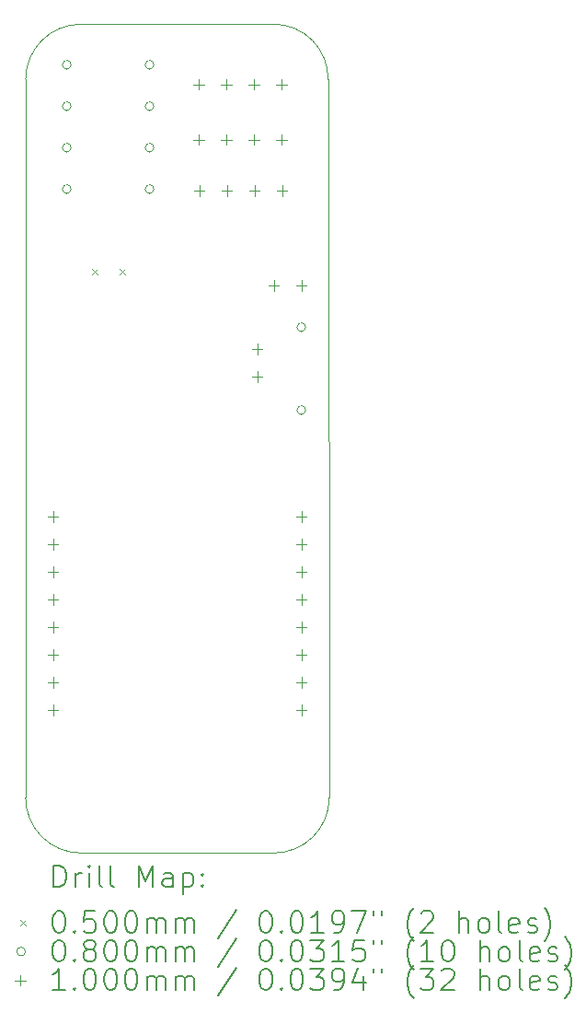
<source format=gbr>
%TF.GenerationSoftware,KiCad,Pcbnew,8.0.5*%
%TF.CreationDate,2024-12-15T10:39:48+01:00*%
%TF.ProjectId,esp8266-expansion-board,65737038-3236-4362-9d65-7870616e7369,rev?*%
%TF.SameCoordinates,Original*%
%TF.FileFunction,Drillmap*%
%TF.FilePolarity,Positive*%
%FSLAX45Y45*%
G04 Gerber Fmt 4.5, Leading zero omitted, Abs format (unit mm)*
G04 Created by KiCad (PCBNEW 8.0.5) date 2024-12-15 10:39:48*
%MOMM*%
%LPD*%
G01*
G04 APERTURE LIST*
%ADD10C,0.050000*%
%ADD11C,0.200000*%
%ADD12C,0.100000*%
G04 APERTURE END LIST*
D10*
X8130482Y-2547929D02*
G75*
G02*
X8628017Y-3055766I-2482J-500071D01*
G01*
X6352482Y-10167928D02*
G75*
G02*
X5844482Y-9659929I-2J507998D01*
G01*
X5844482Y-3055929D02*
G75*
G02*
X6352482Y-2547932I507998J-1D01*
G01*
X8130482Y-10167929D02*
X6352482Y-10167929D01*
X8638482Y-9659929D02*
G75*
G02*
X8130482Y-10167932I-508002J-1D01*
G01*
X8628017Y-3055766D02*
X8638482Y-9659929D01*
X6352482Y-2547929D02*
X8130482Y-2547929D01*
X5844482Y-3055929D02*
X5844482Y-9659929D01*
D11*
D12*
X6452000Y-4801000D02*
X6502000Y-4851000D01*
X6502000Y-4801000D02*
X6452000Y-4851000D01*
X6706000Y-4801000D02*
X6756000Y-4851000D01*
X6756000Y-4801000D02*
X6706000Y-4851000D01*
X6263000Y-2921000D02*
G75*
G02*
X6183000Y-2921000I-40000J0D01*
G01*
X6183000Y-2921000D02*
G75*
G02*
X6263000Y-2921000I40000J0D01*
G01*
X6263000Y-3302000D02*
G75*
G02*
X6183000Y-3302000I-40000J0D01*
G01*
X6183000Y-3302000D02*
G75*
G02*
X6263000Y-3302000I40000J0D01*
G01*
X6263000Y-3683000D02*
G75*
G02*
X6183000Y-3683000I-40000J0D01*
G01*
X6183000Y-3683000D02*
G75*
G02*
X6263000Y-3683000I40000J0D01*
G01*
X6263000Y-4064000D02*
G75*
G02*
X6183000Y-4064000I-40000J0D01*
G01*
X6183000Y-4064000D02*
G75*
G02*
X6263000Y-4064000I40000J0D01*
G01*
X7025000Y-2921000D02*
G75*
G02*
X6945000Y-2921000I-40000J0D01*
G01*
X6945000Y-2921000D02*
G75*
G02*
X7025000Y-2921000I40000J0D01*
G01*
X7025000Y-3302000D02*
G75*
G02*
X6945000Y-3302000I-40000J0D01*
G01*
X6945000Y-3302000D02*
G75*
G02*
X7025000Y-3302000I40000J0D01*
G01*
X7025000Y-3683000D02*
G75*
G02*
X6945000Y-3683000I-40000J0D01*
G01*
X6945000Y-3683000D02*
G75*
G02*
X7025000Y-3683000I40000J0D01*
G01*
X7025000Y-4064000D02*
G75*
G02*
X6945000Y-4064000I-40000J0D01*
G01*
X6945000Y-4064000D02*
G75*
G02*
X7025000Y-4064000I40000J0D01*
G01*
X8422000Y-5334000D02*
G75*
G02*
X8342000Y-5334000I-40000J0D01*
G01*
X8342000Y-5334000D02*
G75*
G02*
X8422000Y-5334000I40000J0D01*
G01*
X8422000Y-6096000D02*
G75*
G02*
X8342000Y-6096000I-40000J0D01*
G01*
X8342000Y-6096000D02*
G75*
G02*
X8422000Y-6096000I40000J0D01*
G01*
X6096000Y-7027319D02*
X6096000Y-7127319D01*
X6046000Y-7077319D02*
X6146000Y-7077319D01*
X6096000Y-7281319D02*
X6096000Y-7381319D01*
X6046000Y-7331319D02*
X6146000Y-7331319D01*
X6096000Y-7535319D02*
X6096000Y-7635319D01*
X6046000Y-7585319D02*
X6146000Y-7585319D01*
X6096000Y-7789319D02*
X6096000Y-7889319D01*
X6046000Y-7839319D02*
X6146000Y-7839319D01*
X6096000Y-8043319D02*
X6096000Y-8143319D01*
X6046000Y-8093319D02*
X6146000Y-8093319D01*
X6096000Y-8297319D02*
X6096000Y-8397319D01*
X6046000Y-8347319D02*
X6146000Y-8347319D01*
X6096000Y-8551319D02*
X6096000Y-8651319D01*
X6046000Y-8601319D02*
X6146000Y-8601319D01*
X6096000Y-8805319D02*
X6096000Y-8905319D01*
X6046000Y-8855319D02*
X6146000Y-8855319D01*
X7436528Y-3050748D02*
X7436528Y-3150748D01*
X7386528Y-3100748D02*
X7486528Y-3100748D01*
X7436528Y-3558748D02*
X7436528Y-3658748D01*
X7386528Y-3608748D02*
X7486528Y-3608748D01*
X7441695Y-4030741D02*
X7441695Y-4130741D01*
X7391695Y-4080741D02*
X7491695Y-4080741D01*
X7690528Y-3050748D02*
X7690528Y-3150748D01*
X7640528Y-3100748D02*
X7740528Y-3100748D01*
X7690528Y-3558748D02*
X7690528Y-3658748D01*
X7640528Y-3608748D02*
X7740528Y-3608748D01*
X7695695Y-4030741D02*
X7695695Y-4130741D01*
X7645695Y-4080741D02*
X7745695Y-4080741D01*
X7944528Y-3050748D02*
X7944528Y-3150748D01*
X7894528Y-3100748D02*
X7994528Y-3100748D01*
X7944528Y-3558748D02*
X7944528Y-3658748D01*
X7894528Y-3608748D02*
X7994528Y-3608748D01*
X7949695Y-4030741D02*
X7949695Y-4130741D01*
X7899695Y-4080741D02*
X7999695Y-4080741D01*
X7975177Y-5486794D02*
X7975177Y-5586794D01*
X7925177Y-5536794D02*
X8025177Y-5536794D01*
X7975177Y-5740794D02*
X7975177Y-5840794D01*
X7925177Y-5790794D02*
X8025177Y-5790794D01*
X8128000Y-4903000D02*
X8128000Y-5003000D01*
X8078000Y-4953000D02*
X8178000Y-4953000D01*
X8198528Y-3050748D02*
X8198528Y-3150748D01*
X8148528Y-3100748D02*
X8248528Y-3100748D01*
X8198528Y-3558748D02*
X8198528Y-3658748D01*
X8148528Y-3608748D02*
X8248528Y-3608748D01*
X8203695Y-4030741D02*
X8203695Y-4130741D01*
X8153695Y-4080741D02*
X8253695Y-4080741D01*
X8382000Y-4903000D02*
X8382000Y-5003000D01*
X8332000Y-4953000D02*
X8432000Y-4953000D01*
X8382000Y-7027319D02*
X8382000Y-7127319D01*
X8332000Y-7077319D02*
X8432000Y-7077319D01*
X8382000Y-7281319D02*
X8382000Y-7381319D01*
X8332000Y-7331319D02*
X8432000Y-7331319D01*
X8382000Y-7535319D02*
X8382000Y-7635319D01*
X8332000Y-7585319D02*
X8432000Y-7585319D01*
X8382000Y-7789319D02*
X8382000Y-7889319D01*
X8332000Y-7839319D02*
X8432000Y-7839319D01*
X8382000Y-8043319D02*
X8382000Y-8143319D01*
X8332000Y-8093319D02*
X8432000Y-8093319D01*
X8382000Y-8297319D02*
X8382000Y-8397319D01*
X8332000Y-8347319D02*
X8432000Y-8347319D01*
X8382000Y-8551319D02*
X8382000Y-8651319D01*
X8332000Y-8601319D02*
X8432000Y-8601319D01*
X8382000Y-8805319D02*
X8382000Y-8905319D01*
X8332000Y-8855319D02*
X8432000Y-8855319D01*
D11*
X6102758Y-10481913D02*
X6102758Y-10281913D01*
X6102758Y-10281913D02*
X6150377Y-10281913D01*
X6150377Y-10281913D02*
X6178949Y-10291437D01*
X6178949Y-10291437D02*
X6197997Y-10310484D01*
X6197997Y-10310484D02*
X6207520Y-10329532D01*
X6207520Y-10329532D02*
X6217044Y-10367627D01*
X6217044Y-10367627D02*
X6217044Y-10396199D01*
X6217044Y-10396199D02*
X6207520Y-10434294D01*
X6207520Y-10434294D02*
X6197997Y-10453341D01*
X6197997Y-10453341D02*
X6178949Y-10472389D01*
X6178949Y-10472389D02*
X6150377Y-10481913D01*
X6150377Y-10481913D02*
X6102758Y-10481913D01*
X6302758Y-10481913D02*
X6302758Y-10348579D01*
X6302758Y-10386675D02*
X6312282Y-10367627D01*
X6312282Y-10367627D02*
X6321806Y-10358103D01*
X6321806Y-10358103D02*
X6340854Y-10348579D01*
X6340854Y-10348579D02*
X6359901Y-10348579D01*
X6426568Y-10481913D02*
X6426568Y-10348579D01*
X6426568Y-10281913D02*
X6417044Y-10291437D01*
X6417044Y-10291437D02*
X6426568Y-10300960D01*
X6426568Y-10300960D02*
X6436092Y-10291437D01*
X6436092Y-10291437D02*
X6426568Y-10281913D01*
X6426568Y-10281913D02*
X6426568Y-10300960D01*
X6550377Y-10481913D02*
X6531330Y-10472389D01*
X6531330Y-10472389D02*
X6521806Y-10453341D01*
X6521806Y-10453341D02*
X6521806Y-10281913D01*
X6655139Y-10481913D02*
X6636092Y-10472389D01*
X6636092Y-10472389D02*
X6626568Y-10453341D01*
X6626568Y-10453341D02*
X6626568Y-10281913D01*
X6883711Y-10481913D02*
X6883711Y-10281913D01*
X6883711Y-10281913D02*
X6950378Y-10424770D01*
X6950378Y-10424770D02*
X7017044Y-10281913D01*
X7017044Y-10281913D02*
X7017044Y-10481913D01*
X7197997Y-10481913D02*
X7197997Y-10377151D01*
X7197997Y-10377151D02*
X7188473Y-10358103D01*
X7188473Y-10358103D02*
X7169425Y-10348579D01*
X7169425Y-10348579D02*
X7131330Y-10348579D01*
X7131330Y-10348579D02*
X7112282Y-10358103D01*
X7197997Y-10472389D02*
X7178949Y-10481913D01*
X7178949Y-10481913D02*
X7131330Y-10481913D01*
X7131330Y-10481913D02*
X7112282Y-10472389D01*
X7112282Y-10472389D02*
X7102758Y-10453341D01*
X7102758Y-10453341D02*
X7102758Y-10434294D01*
X7102758Y-10434294D02*
X7112282Y-10415246D01*
X7112282Y-10415246D02*
X7131330Y-10405722D01*
X7131330Y-10405722D02*
X7178949Y-10405722D01*
X7178949Y-10405722D02*
X7197997Y-10396199D01*
X7293235Y-10348579D02*
X7293235Y-10548579D01*
X7293235Y-10358103D02*
X7312282Y-10348579D01*
X7312282Y-10348579D02*
X7350378Y-10348579D01*
X7350378Y-10348579D02*
X7369425Y-10358103D01*
X7369425Y-10358103D02*
X7378949Y-10367627D01*
X7378949Y-10367627D02*
X7388473Y-10386675D01*
X7388473Y-10386675D02*
X7388473Y-10443818D01*
X7388473Y-10443818D02*
X7378949Y-10462865D01*
X7378949Y-10462865D02*
X7369425Y-10472389D01*
X7369425Y-10472389D02*
X7350378Y-10481913D01*
X7350378Y-10481913D02*
X7312282Y-10481913D01*
X7312282Y-10481913D02*
X7293235Y-10472389D01*
X7474187Y-10462865D02*
X7483711Y-10472389D01*
X7483711Y-10472389D02*
X7474187Y-10481913D01*
X7474187Y-10481913D02*
X7464663Y-10472389D01*
X7464663Y-10472389D02*
X7474187Y-10462865D01*
X7474187Y-10462865D02*
X7474187Y-10481913D01*
X7474187Y-10358103D02*
X7483711Y-10367627D01*
X7483711Y-10367627D02*
X7474187Y-10377151D01*
X7474187Y-10377151D02*
X7464663Y-10367627D01*
X7464663Y-10367627D02*
X7474187Y-10358103D01*
X7474187Y-10358103D02*
X7474187Y-10377151D01*
D12*
X5791982Y-10785429D02*
X5841982Y-10835429D01*
X5841982Y-10785429D02*
X5791982Y-10835429D01*
D11*
X6140854Y-10701913D02*
X6159901Y-10701913D01*
X6159901Y-10701913D02*
X6178949Y-10711437D01*
X6178949Y-10711437D02*
X6188473Y-10720960D01*
X6188473Y-10720960D02*
X6197997Y-10740008D01*
X6197997Y-10740008D02*
X6207520Y-10778103D01*
X6207520Y-10778103D02*
X6207520Y-10825722D01*
X6207520Y-10825722D02*
X6197997Y-10863818D01*
X6197997Y-10863818D02*
X6188473Y-10882865D01*
X6188473Y-10882865D02*
X6178949Y-10892389D01*
X6178949Y-10892389D02*
X6159901Y-10901913D01*
X6159901Y-10901913D02*
X6140854Y-10901913D01*
X6140854Y-10901913D02*
X6121806Y-10892389D01*
X6121806Y-10892389D02*
X6112282Y-10882865D01*
X6112282Y-10882865D02*
X6102758Y-10863818D01*
X6102758Y-10863818D02*
X6093235Y-10825722D01*
X6093235Y-10825722D02*
X6093235Y-10778103D01*
X6093235Y-10778103D02*
X6102758Y-10740008D01*
X6102758Y-10740008D02*
X6112282Y-10720960D01*
X6112282Y-10720960D02*
X6121806Y-10711437D01*
X6121806Y-10711437D02*
X6140854Y-10701913D01*
X6293235Y-10882865D02*
X6302758Y-10892389D01*
X6302758Y-10892389D02*
X6293235Y-10901913D01*
X6293235Y-10901913D02*
X6283711Y-10892389D01*
X6283711Y-10892389D02*
X6293235Y-10882865D01*
X6293235Y-10882865D02*
X6293235Y-10901913D01*
X6483711Y-10701913D02*
X6388473Y-10701913D01*
X6388473Y-10701913D02*
X6378949Y-10797151D01*
X6378949Y-10797151D02*
X6388473Y-10787627D01*
X6388473Y-10787627D02*
X6407520Y-10778103D01*
X6407520Y-10778103D02*
X6455139Y-10778103D01*
X6455139Y-10778103D02*
X6474187Y-10787627D01*
X6474187Y-10787627D02*
X6483711Y-10797151D01*
X6483711Y-10797151D02*
X6493235Y-10816199D01*
X6493235Y-10816199D02*
X6493235Y-10863818D01*
X6493235Y-10863818D02*
X6483711Y-10882865D01*
X6483711Y-10882865D02*
X6474187Y-10892389D01*
X6474187Y-10892389D02*
X6455139Y-10901913D01*
X6455139Y-10901913D02*
X6407520Y-10901913D01*
X6407520Y-10901913D02*
X6388473Y-10892389D01*
X6388473Y-10892389D02*
X6378949Y-10882865D01*
X6617044Y-10701913D02*
X6636092Y-10701913D01*
X6636092Y-10701913D02*
X6655139Y-10711437D01*
X6655139Y-10711437D02*
X6664663Y-10720960D01*
X6664663Y-10720960D02*
X6674187Y-10740008D01*
X6674187Y-10740008D02*
X6683711Y-10778103D01*
X6683711Y-10778103D02*
X6683711Y-10825722D01*
X6683711Y-10825722D02*
X6674187Y-10863818D01*
X6674187Y-10863818D02*
X6664663Y-10882865D01*
X6664663Y-10882865D02*
X6655139Y-10892389D01*
X6655139Y-10892389D02*
X6636092Y-10901913D01*
X6636092Y-10901913D02*
X6617044Y-10901913D01*
X6617044Y-10901913D02*
X6597997Y-10892389D01*
X6597997Y-10892389D02*
X6588473Y-10882865D01*
X6588473Y-10882865D02*
X6578949Y-10863818D01*
X6578949Y-10863818D02*
X6569425Y-10825722D01*
X6569425Y-10825722D02*
X6569425Y-10778103D01*
X6569425Y-10778103D02*
X6578949Y-10740008D01*
X6578949Y-10740008D02*
X6588473Y-10720960D01*
X6588473Y-10720960D02*
X6597997Y-10711437D01*
X6597997Y-10711437D02*
X6617044Y-10701913D01*
X6807520Y-10701913D02*
X6826568Y-10701913D01*
X6826568Y-10701913D02*
X6845616Y-10711437D01*
X6845616Y-10711437D02*
X6855139Y-10720960D01*
X6855139Y-10720960D02*
X6864663Y-10740008D01*
X6864663Y-10740008D02*
X6874187Y-10778103D01*
X6874187Y-10778103D02*
X6874187Y-10825722D01*
X6874187Y-10825722D02*
X6864663Y-10863818D01*
X6864663Y-10863818D02*
X6855139Y-10882865D01*
X6855139Y-10882865D02*
X6845616Y-10892389D01*
X6845616Y-10892389D02*
X6826568Y-10901913D01*
X6826568Y-10901913D02*
X6807520Y-10901913D01*
X6807520Y-10901913D02*
X6788473Y-10892389D01*
X6788473Y-10892389D02*
X6778949Y-10882865D01*
X6778949Y-10882865D02*
X6769425Y-10863818D01*
X6769425Y-10863818D02*
X6759901Y-10825722D01*
X6759901Y-10825722D02*
X6759901Y-10778103D01*
X6759901Y-10778103D02*
X6769425Y-10740008D01*
X6769425Y-10740008D02*
X6778949Y-10720960D01*
X6778949Y-10720960D02*
X6788473Y-10711437D01*
X6788473Y-10711437D02*
X6807520Y-10701913D01*
X6959901Y-10901913D02*
X6959901Y-10768579D01*
X6959901Y-10787627D02*
X6969425Y-10778103D01*
X6969425Y-10778103D02*
X6988473Y-10768579D01*
X6988473Y-10768579D02*
X7017044Y-10768579D01*
X7017044Y-10768579D02*
X7036092Y-10778103D01*
X7036092Y-10778103D02*
X7045616Y-10797151D01*
X7045616Y-10797151D02*
X7045616Y-10901913D01*
X7045616Y-10797151D02*
X7055139Y-10778103D01*
X7055139Y-10778103D02*
X7074187Y-10768579D01*
X7074187Y-10768579D02*
X7102758Y-10768579D01*
X7102758Y-10768579D02*
X7121806Y-10778103D01*
X7121806Y-10778103D02*
X7131330Y-10797151D01*
X7131330Y-10797151D02*
X7131330Y-10901913D01*
X7226568Y-10901913D02*
X7226568Y-10768579D01*
X7226568Y-10787627D02*
X7236092Y-10778103D01*
X7236092Y-10778103D02*
X7255139Y-10768579D01*
X7255139Y-10768579D02*
X7283711Y-10768579D01*
X7283711Y-10768579D02*
X7302759Y-10778103D01*
X7302759Y-10778103D02*
X7312282Y-10797151D01*
X7312282Y-10797151D02*
X7312282Y-10901913D01*
X7312282Y-10797151D02*
X7321806Y-10778103D01*
X7321806Y-10778103D02*
X7340854Y-10768579D01*
X7340854Y-10768579D02*
X7369425Y-10768579D01*
X7369425Y-10768579D02*
X7388473Y-10778103D01*
X7388473Y-10778103D02*
X7397997Y-10797151D01*
X7397997Y-10797151D02*
X7397997Y-10901913D01*
X7788473Y-10692389D02*
X7617044Y-10949532D01*
X8045616Y-10701913D02*
X8064663Y-10701913D01*
X8064663Y-10701913D02*
X8083711Y-10711437D01*
X8083711Y-10711437D02*
X8093235Y-10720960D01*
X8093235Y-10720960D02*
X8102759Y-10740008D01*
X8102759Y-10740008D02*
X8112282Y-10778103D01*
X8112282Y-10778103D02*
X8112282Y-10825722D01*
X8112282Y-10825722D02*
X8102759Y-10863818D01*
X8102759Y-10863818D02*
X8093235Y-10882865D01*
X8093235Y-10882865D02*
X8083711Y-10892389D01*
X8083711Y-10892389D02*
X8064663Y-10901913D01*
X8064663Y-10901913D02*
X8045616Y-10901913D01*
X8045616Y-10901913D02*
X8026568Y-10892389D01*
X8026568Y-10892389D02*
X8017044Y-10882865D01*
X8017044Y-10882865D02*
X8007521Y-10863818D01*
X8007521Y-10863818D02*
X7997997Y-10825722D01*
X7997997Y-10825722D02*
X7997997Y-10778103D01*
X7997997Y-10778103D02*
X8007521Y-10740008D01*
X8007521Y-10740008D02*
X8017044Y-10720960D01*
X8017044Y-10720960D02*
X8026568Y-10711437D01*
X8026568Y-10711437D02*
X8045616Y-10701913D01*
X8197997Y-10882865D02*
X8207521Y-10892389D01*
X8207521Y-10892389D02*
X8197997Y-10901913D01*
X8197997Y-10901913D02*
X8188473Y-10892389D01*
X8188473Y-10892389D02*
X8197997Y-10882865D01*
X8197997Y-10882865D02*
X8197997Y-10901913D01*
X8331330Y-10701913D02*
X8350378Y-10701913D01*
X8350378Y-10701913D02*
X8369425Y-10711437D01*
X8369425Y-10711437D02*
X8378949Y-10720960D01*
X8378949Y-10720960D02*
X8388473Y-10740008D01*
X8388473Y-10740008D02*
X8397997Y-10778103D01*
X8397997Y-10778103D02*
X8397997Y-10825722D01*
X8397997Y-10825722D02*
X8388473Y-10863818D01*
X8388473Y-10863818D02*
X8378949Y-10882865D01*
X8378949Y-10882865D02*
X8369425Y-10892389D01*
X8369425Y-10892389D02*
X8350378Y-10901913D01*
X8350378Y-10901913D02*
X8331330Y-10901913D01*
X8331330Y-10901913D02*
X8312282Y-10892389D01*
X8312282Y-10892389D02*
X8302759Y-10882865D01*
X8302759Y-10882865D02*
X8293235Y-10863818D01*
X8293235Y-10863818D02*
X8283711Y-10825722D01*
X8283711Y-10825722D02*
X8283711Y-10778103D01*
X8283711Y-10778103D02*
X8293235Y-10740008D01*
X8293235Y-10740008D02*
X8302759Y-10720960D01*
X8302759Y-10720960D02*
X8312282Y-10711437D01*
X8312282Y-10711437D02*
X8331330Y-10701913D01*
X8588473Y-10901913D02*
X8474187Y-10901913D01*
X8531330Y-10901913D02*
X8531330Y-10701913D01*
X8531330Y-10701913D02*
X8512283Y-10730484D01*
X8512283Y-10730484D02*
X8493235Y-10749532D01*
X8493235Y-10749532D02*
X8474187Y-10759056D01*
X8683711Y-10901913D02*
X8721806Y-10901913D01*
X8721806Y-10901913D02*
X8740854Y-10892389D01*
X8740854Y-10892389D02*
X8750378Y-10882865D01*
X8750378Y-10882865D02*
X8769425Y-10854294D01*
X8769425Y-10854294D02*
X8778949Y-10816199D01*
X8778949Y-10816199D02*
X8778949Y-10740008D01*
X8778949Y-10740008D02*
X8769425Y-10720960D01*
X8769425Y-10720960D02*
X8759902Y-10711437D01*
X8759902Y-10711437D02*
X8740854Y-10701913D01*
X8740854Y-10701913D02*
X8702759Y-10701913D01*
X8702759Y-10701913D02*
X8683711Y-10711437D01*
X8683711Y-10711437D02*
X8674187Y-10720960D01*
X8674187Y-10720960D02*
X8664664Y-10740008D01*
X8664664Y-10740008D02*
X8664664Y-10787627D01*
X8664664Y-10787627D02*
X8674187Y-10806675D01*
X8674187Y-10806675D02*
X8683711Y-10816199D01*
X8683711Y-10816199D02*
X8702759Y-10825722D01*
X8702759Y-10825722D02*
X8740854Y-10825722D01*
X8740854Y-10825722D02*
X8759902Y-10816199D01*
X8759902Y-10816199D02*
X8769425Y-10806675D01*
X8769425Y-10806675D02*
X8778949Y-10787627D01*
X8845616Y-10701913D02*
X8978949Y-10701913D01*
X8978949Y-10701913D02*
X8893235Y-10901913D01*
X9045616Y-10701913D02*
X9045616Y-10740008D01*
X9121806Y-10701913D02*
X9121806Y-10740008D01*
X9417045Y-10978103D02*
X9407521Y-10968579D01*
X9407521Y-10968579D02*
X9388473Y-10940008D01*
X9388473Y-10940008D02*
X9378949Y-10920960D01*
X9378949Y-10920960D02*
X9369426Y-10892389D01*
X9369426Y-10892389D02*
X9359902Y-10844770D01*
X9359902Y-10844770D02*
X9359902Y-10806675D01*
X9359902Y-10806675D02*
X9369426Y-10759056D01*
X9369426Y-10759056D02*
X9378949Y-10730484D01*
X9378949Y-10730484D02*
X9388473Y-10711437D01*
X9388473Y-10711437D02*
X9407521Y-10682865D01*
X9407521Y-10682865D02*
X9417045Y-10673341D01*
X9483711Y-10720960D02*
X9493235Y-10711437D01*
X9493235Y-10711437D02*
X9512283Y-10701913D01*
X9512283Y-10701913D02*
X9559902Y-10701913D01*
X9559902Y-10701913D02*
X9578949Y-10711437D01*
X9578949Y-10711437D02*
X9588473Y-10720960D01*
X9588473Y-10720960D02*
X9597997Y-10740008D01*
X9597997Y-10740008D02*
X9597997Y-10759056D01*
X9597997Y-10759056D02*
X9588473Y-10787627D01*
X9588473Y-10787627D02*
X9474187Y-10901913D01*
X9474187Y-10901913D02*
X9597997Y-10901913D01*
X9836092Y-10901913D02*
X9836092Y-10701913D01*
X9921807Y-10901913D02*
X9921807Y-10797151D01*
X9921807Y-10797151D02*
X9912283Y-10778103D01*
X9912283Y-10778103D02*
X9893235Y-10768579D01*
X9893235Y-10768579D02*
X9864664Y-10768579D01*
X9864664Y-10768579D02*
X9845616Y-10778103D01*
X9845616Y-10778103D02*
X9836092Y-10787627D01*
X10045616Y-10901913D02*
X10026568Y-10892389D01*
X10026568Y-10892389D02*
X10017045Y-10882865D01*
X10017045Y-10882865D02*
X10007521Y-10863818D01*
X10007521Y-10863818D02*
X10007521Y-10806675D01*
X10007521Y-10806675D02*
X10017045Y-10787627D01*
X10017045Y-10787627D02*
X10026568Y-10778103D01*
X10026568Y-10778103D02*
X10045616Y-10768579D01*
X10045616Y-10768579D02*
X10074188Y-10768579D01*
X10074188Y-10768579D02*
X10093235Y-10778103D01*
X10093235Y-10778103D02*
X10102759Y-10787627D01*
X10102759Y-10787627D02*
X10112283Y-10806675D01*
X10112283Y-10806675D02*
X10112283Y-10863818D01*
X10112283Y-10863818D02*
X10102759Y-10882865D01*
X10102759Y-10882865D02*
X10093235Y-10892389D01*
X10093235Y-10892389D02*
X10074188Y-10901913D01*
X10074188Y-10901913D02*
X10045616Y-10901913D01*
X10226568Y-10901913D02*
X10207521Y-10892389D01*
X10207521Y-10892389D02*
X10197997Y-10873341D01*
X10197997Y-10873341D02*
X10197997Y-10701913D01*
X10378949Y-10892389D02*
X10359902Y-10901913D01*
X10359902Y-10901913D02*
X10321807Y-10901913D01*
X10321807Y-10901913D02*
X10302759Y-10892389D01*
X10302759Y-10892389D02*
X10293235Y-10873341D01*
X10293235Y-10873341D02*
X10293235Y-10797151D01*
X10293235Y-10797151D02*
X10302759Y-10778103D01*
X10302759Y-10778103D02*
X10321807Y-10768579D01*
X10321807Y-10768579D02*
X10359902Y-10768579D01*
X10359902Y-10768579D02*
X10378949Y-10778103D01*
X10378949Y-10778103D02*
X10388473Y-10797151D01*
X10388473Y-10797151D02*
X10388473Y-10816199D01*
X10388473Y-10816199D02*
X10293235Y-10835246D01*
X10464664Y-10892389D02*
X10483711Y-10901913D01*
X10483711Y-10901913D02*
X10521807Y-10901913D01*
X10521807Y-10901913D02*
X10540854Y-10892389D01*
X10540854Y-10892389D02*
X10550378Y-10873341D01*
X10550378Y-10873341D02*
X10550378Y-10863818D01*
X10550378Y-10863818D02*
X10540854Y-10844770D01*
X10540854Y-10844770D02*
X10521807Y-10835246D01*
X10521807Y-10835246D02*
X10493235Y-10835246D01*
X10493235Y-10835246D02*
X10474188Y-10825722D01*
X10474188Y-10825722D02*
X10464664Y-10806675D01*
X10464664Y-10806675D02*
X10464664Y-10797151D01*
X10464664Y-10797151D02*
X10474188Y-10778103D01*
X10474188Y-10778103D02*
X10493235Y-10768579D01*
X10493235Y-10768579D02*
X10521807Y-10768579D01*
X10521807Y-10768579D02*
X10540854Y-10778103D01*
X10617045Y-10978103D02*
X10626569Y-10968579D01*
X10626569Y-10968579D02*
X10645616Y-10940008D01*
X10645616Y-10940008D02*
X10655140Y-10920960D01*
X10655140Y-10920960D02*
X10664664Y-10892389D01*
X10664664Y-10892389D02*
X10674188Y-10844770D01*
X10674188Y-10844770D02*
X10674188Y-10806675D01*
X10674188Y-10806675D02*
X10664664Y-10759056D01*
X10664664Y-10759056D02*
X10655140Y-10730484D01*
X10655140Y-10730484D02*
X10645616Y-10711437D01*
X10645616Y-10711437D02*
X10626569Y-10682865D01*
X10626569Y-10682865D02*
X10617045Y-10673341D01*
D12*
X5841982Y-11074429D02*
G75*
G02*
X5761982Y-11074429I-40000J0D01*
G01*
X5761982Y-11074429D02*
G75*
G02*
X5841982Y-11074429I40000J0D01*
G01*
D11*
X6140854Y-10965913D02*
X6159901Y-10965913D01*
X6159901Y-10965913D02*
X6178949Y-10975437D01*
X6178949Y-10975437D02*
X6188473Y-10984960D01*
X6188473Y-10984960D02*
X6197997Y-11004008D01*
X6197997Y-11004008D02*
X6207520Y-11042103D01*
X6207520Y-11042103D02*
X6207520Y-11089722D01*
X6207520Y-11089722D02*
X6197997Y-11127818D01*
X6197997Y-11127818D02*
X6188473Y-11146865D01*
X6188473Y-11146865D02*
X6178949Y-11156389D01*
X6178949Y-11156389D02*
X6159901Y-11165913D01*
X6159901Y-11165913D02*
X6140854Y-11165913D01*
X6140854Y-11165913D02*
X6121806Y-11156389D01*
X6121806Y-11156389D02*
X6112282Y-11146865D01*
X6112282Y-11146865D02*
X6102758Y-11127818D01*
X6102758Y-11127818D02*
X6093235Y-11089722D01*
X6093235Y-11089722D02*
X6093235Y-11042103D01*
X6093235Y-11042103D02*
X6102758Y-11004008D01*
X6102758Y-11004008D02*
X6112282Y-10984960D01*
X6112282Y-10984960D02*
X6121806Y-10975437D01*
X6121806Y-10975437D02*
X6140854Y-10965913D01*
X6293235Y-11146865D02*
X6302758Y-11156389D01*
X6302758Y-11156389D02*
X6293235Y-11165913D01*
X6293235Y-11165913D02*
X6283711Y-11156389D01*
X6283711Y-11156389D02*
X6293235Y-11146865D01*
X6293235Y-11146865D02*
X6293235Y-11165913D01*
X6417044Y-11051627D02*
X6397997Y-11042103D01*
X6397997Y-11042103D02*
X6388473Y-11032579D01*
X6388473Y-11032579D02*
X6378949Y-11013532D01*
X6378949Y-11013532D02*
X6378949Y-11004008D01*
X6378949Y-11004008D02*
X6388473Y-10984960D01*
X6388473Y-10984960D02*
X6397997Y-10975437D01*
X6397997Y-10975437D02*
X6417044Y-10965913D01*
X6417044Y-10965913D02*
X6455139Y-10965913D01*
X6455139Y-10965913D02*
X6474187Y-10975437D01*
X6474187Y-10975437D02*
X6483711Y-10984960D01*
X6483711Y-10984960D02*
X6493235Y-11004008D01*
X6493235Y-11004008D02*
X6493235Y-11013532D01*
X6493235Y-11013532D02*
X6483711Y-11032579D01*
X6483711Y-11032579D02*
X6474187Y-11042103D01*
X6474187Y-11042103D02*
X6455139Y-11051627D01*
X6455139Y-11051627D02*
X6417044Y-11051627D01*
X6417044Y-11051627D02*
X6397997Y-11061151D01*
X6397997Y-11061151D02*
X6388473Y-11070675D01*
X6388473Y-11070675D02*
X6378949Y-11089722D01*
X6378949Y-11089722D02*
X6378949Y-11127818D01*
X6378949Y-11127818D02*
X6388473Y-11146865D01*
X6388473Y-11146865D02*
X6397997Y-11156389D01*
X6397997Y-11156389D02*
X6417044Y-11165913D01*
X6417044Y-11165913D02*
X6455139Y-11165913D01*
X6455139Y-11165913D02*
X6474187Y-11156389D01*
X6474187Y-11156389D02*
X6483711Y-11146865D01*
X6483711Y-11146865D02*
X6493235Y-11127818D01*
X6493235Y-11127818D02*
X6493235Y-11089722D01*
X6493235Y-11089722D02*
X6483711Y-11070675D01*
X6483711Y-11070675D02*
X6474187Y-11061151D01*
X6474187Y-11061151D02*
X6455139Y-11051627D01*
X6617044Y-10965913D02*
X6636092Y-10965913D01*
X6636092Y-10965913D02*
X6655139Y-10975437D01*
X6655139Y-10975437D02*
X6664663Y-10984960D01*
X6664663Y-10984960D02*
X6674187Y-11004008D01*
X6674187Y-11004008D02*
X6683711Y-11042103D01*
X6683711Y-11042103D02*
X6683711Y-11089722D01*
X6683711Y-11089722D02*
X6674187Y-11127818D01*
X6674187Y-11127818D02*
X6664663Y-11146865D01*
X6664663Y-11146865D02*
X6655139Y-11156389D01*
X6655139Y-11156389D02*
X6636092Y-11165913D01*
X6636092Y-11165913D02*
X6617044Y-11165913D01*
X6617044Y-11165913D02*
X6597997Y-11156389D01*
X6597997Y-11156389D02*
X6588473Y-11146865D01*
X6588473Y-11146865D02*
X6578949Y-11127818D01*
X6578949Y-11127818D02*
X6569425Y-11089722D01*
X6569425Y-11089722D02*
X6569425Y-11042103D01*
X6569425Y-11042103D02*
X6578949Y-11004008D01*
X6578949Y-11004008D02*
X6588473Y-10984960D01*
X6588473Y-10984960D02*
X6597997Y-10975437D01*
X6597997Y-10975437D02*
X6617044Y-10965913D01*
X6807520Y-10965913D02*
X6826568Y-10965913D01*
X6826568Y-10965913D02*
X6845616Y-10975437D01*
X6845616Y-10975437D02*
X6855139Y-10984960D01*
X6855139Y-10984960D02*
X6864663Y-11004008D01*
X6864663Y-11004008D02*
X6874187Y-11042103D01*
X6874187Y-11042103D02*
X6874187Y-11089722D01*
X6874187Y-11089722D02*
X6864663Y-11127818D01*
X6864663Y-11127818D02*
X6855139Y-11146865D01*
X6855139Y-11146865D02*
X6845616Y-11156389D01*
X6845616Y-11156389D02*
X6826568Y-11165913D01*
X6826568Y-11165913D02*
X6807520Y-11165913D01*
X6807520Y-11165913D02*
X6788473Y-11156389D01*
X6788473Y-11156389D02*
X6778949Y-11146865D01*
X6778949Y-11146865D02*
X6769425Y-11127818D01*
X6769425Y-11127818D02*
X6759901Y-11089722D01*
X6759901Y-11089722D02*
X6759901Y-11042103D01*
X6759901Y-11042103D02*
X6769425Y-11004008D01*
X6769425Y-11004008D02*
X6778949Y-10984960D01*
X6778949Y-10984960D02*
X6788473Y-10975437D01*
X6788473Y-10975437D02*
X6807520Y-10965913D01*
X6959901Y-11165913D02*
X6959901Y-11032579D01*
X6959901Y-11051627D02*
X6969425Y-11042103D01*
X6969425Y-11042103D02*
X6988473Y-11032579D01*
X6988473Y-11032579D02*
X7017044Y-11032579D01*
X7017044Y-11032579D02*
X7036092Y-11042103D01*
X7036092Y-11042103D02*
X7045616Y-11061151D01*
X7045616Y-11061151D02*
X7045616Y-11165913D01*
X7045616Y-11061151D02*
X7055139Y-11042103D01*
X7055139Y-11042103D02*
X7074187Y-11032579D01*
X7074187Y-11032579D02*
X7102758Y-11032579D01*
X7102758Y-11032579D02*
X7121806Y-11042103D01*
X7121806Y-11042103D02*
X7131330Y-11061151D01*
X7131330Y-11061151D02*
X7131330Y-11165913D01*
X7226568Y-11165913D02*
X7226568Y-11032579D01*
X7226568Y-11051627D02*
X7236092Y-11042103D01*
X7236092Y-11042103D02*
X7255139Y-11032579D01*
X7255139Y-11032579D02*
X7283711Y-11032579D01*
X7283711Y-11032579D02*
X7302759Y-11042103D01*
X7302759Y-11042103D02*
X7312282Y-11061151D01*
X7312282Y-11061151D02*
X7312282Y-11165913D01*
X7312282Y-11061151D02*
X7321806Y-11042103D01*
X7321806Y-11042103D02*
X7340854Y-11032579D01*
X7340854Y-11032579D02*
X7369425Y-11032579D01*
X7369425Y-11032579D02*
X7388473Y-11042103D01*
X7388473Y-11042103D02*
X7397997Y-11061151D01*
X7397997Y-11061151D02*
X7397997Y-11165913D01*
X7788473Y-10956389D02*
X7617044Y-11213532D01*
X8045616Y-10965913D02*
X8064663Y-10965913D01*
X8064663Y-10965913D02*
X8083711Y-10975437D01*
X8083711Y-10975437D02*
X8093235Y-10984960D01*
X8093235Y-10984960D02*
X8102759Y-11004008D01*
X8102759Y-11004008D02*
X8112282Y-11042103D01*
X8112282Y-11042103D02*
X8112282Y-11089722D01*
X8112282Y-11089722D02*
X8102759Y-11127818D01*
X8102759Y-11127818D02*
X8093235Y-11146865D01*
X8093235Y-11146865D02*
X8083711Y-11156389D01*
X8083711Y-11156389D02*
X8064663Y-11165913D01*
X8064663Y-11165913D02*
X8045616Y-11165913D01*
X8045616Y-11165913D02*
X8026568Y-11156389D01*
X8026568Y-11156389D02*
X8017044Y-11146865D01*
X8017044Y-11146865D02*
X8007521Y-11127818D01*
X8007521Y-11127818D02*
X7997997Y-11089722D01*
X7997997Y-11089722D02*
X7997997Y-11042103D01*
X7997997Y-11042103D02*
X8007521Y-11004008D01*
X8007521Y-11004008D02*
X8017044Y-10984960D01*
X8017044Y-10984960D02*
X8026568Y-10975437D01*
X8026568Y-10975437D02*
X8045616Y-10965913D01*
X8197997Y-11146865D02*
X8207521Y-11156389D01*
X8207521Y-11156389D02*
X8197997Y-11165913D01*
X8197997Y-11165913D02*
X8188473Y-11156389D01*
X8188473Y-11156389D02*
X8197997Y-11146865D01*
X8197997Y-11146865D02*
X8197997Y-11165913D01*
X8331330Y-10965913D02*
X8350378Y-10965913D01*
X8350378Y-10965913D02*
X8369425Y-10975437D01*
X8369425Y-10975437D02*
X8378949Y-10984960D01*
X8378949Y-10984960D02*
X8388473Y-11004008D01*
X8388473Y-11004008D02*
X8397997Y-11042103D01*
X8397997Y-11042103D02*
X8397997Y-11089722D01*
X8397997Y-11089722D02*
X8388473Y-11127818D01*
X8388473Y-11127818D02*
X8378949Y-11146865D01*
X8378949Y-11146865D02*
X8369425Y-11156389D01*
X8369425Y-11156389D02*
X8350378Y-11165913D01*
X8350378Y-11165913D02*
X8331330Y-11165913D01*
X8331330Y-11165913D02*
X8312282Y-11156389D01*
X8312282Y-11156389D02*
X8302759Y-11146865D01*
X8302759Y-11146865D02*
X8293235Y-11127818D01*
X8293235Y-11127818D02*
X8283711Y-11089722D01*
X8283711Y-11089722D02*
X8283711Y-11042103D01*
X8283711Y-11042103D02*
X8293235Y-11004008D01*
X8293235Y-11004008D02*
X8302759Y-10984960D01*
X8302759Y-10984960D02*
X8312282Y-10975437D01*
X8312282Y-10975437D02*
X8331330Y-10965913D01*
X8464664Y-10965913D02*
X8588473Y-10965913D01*
X8588473Y-10965913D02*
X8521806Y-11042103D01*
X8521806Y-11042103D02*
X8550378Y-11042103D01*
X8550378Y-11042103D02*
X8569425Y-11051627D01*
X8569425Y-11051627D02*
X8578949Y-11061151D01*
X8578949Y-11061151D02*
X8588473Y-11080199D01*
X8588473Y-11080199D02*
X8588473Y-11127818D01*
X8588473Y-11127818D02*
X8578949Y-11146865D01*
X8578949Y-11146865D02*
X8569425Y-11156389D01*
X8569425Y-11156389D02*
X8550378Y-11165913D01*
X8550378Y-11165913D02*
X8493235Y-11165913D01*
X8493235Y-11165913D02*
X8474187Y-11156389D01*
X8474187Y-11156389D02*
X8464664Y-11146865D01*
X8778949Y-11165913D02*
X8664664Y-11165913D01*
X8721806Y-11165913D02*
X8721806Y-10965913D01*
X8721806Y-10965913D02*
X8702759Y-10994484D01*
X8702759Y-10994484D02*
X8683711Y-11013532D01*
X8683711Y-11013532D02*
X8664664Y-11023056D01*
X8959902Y-10965913D02*
X8864664Y-10965913D01*
X8864664Y-10965913D02*
X8855140Y-11061151D01*
X8855140Y-11061151D02*
X8864664Y-11051627D01*
X8864664Y-11051627D02*
X8883711Y-11042103D01*
X8883711Y-11042103D02*
X8931330Y-11042103D01*
X8931330Y-11042103D02*
X8950378Y-11051627D01*
X8950378Y-11051627D02*
X8959902Y-11061151D01*
X8959902Y-11061151D02*
X8969425Y-11080199D01*
X8969425Y-11080199D02*
X8969425Y-11127818D01*
X8969425Y-11127818D02*
X8959902Y-11146865D01*
X8959902Y-11146865D02*
X8950378Y-11156389D01*
X8950378Y-11156389D02*
X8931330Y-11165913D01*
X8931330Y-11165913D02*
X8883711Y-11165913D01*
X8883711Y-11165913D02*
X8864664Y-11156389D01*
X8864664Y-11156389D02*
X8855140Y-11146865D01*
X9045616Y-10965913D02*
X9045616Y-11004008D01*
X9121806Y-10965913D02*
X9121806Y-11004008D01*
X9417045Y-11242103D02*
X9407521Y-11232579D01*
X9407521Y-11232579D02*
X9388473Y-11204008D01*
X9388473Y-11204008D02*
X9378949Y-11184960D01*
X9378949Y-11184960D02*
X9369426Y-11156389D01*
X9369426Y-11156389D02*
X9359902Y-11108770D01*
X9359902Y-11108770D02*
X9359902Y-11070675D01*
X9359902Y-11070675D02*
X9369426Y-11023056D01*
X9369426Y-11023056D02*
X9378949Y-10994484D01*
X9378949Y-10994484D02*
X9388473Y-10975437D01*
X9388473Y-10975437D02*
X9407521Y-10946865D01*
X9407521Y-10946865D02*
X9417045Y-10937341D01*
X9597997Y-11165913D02*
X9483711Y-11165913D01*
X9540854Y-11165913D02*
X9540854Y-10965913D01*
X9540854Y-10965913D02*
X9521806Y-10994484D01*
X9521806Y-10994484D02*
X9502759Y-11013532D01*
X9502759Y-11013532D02*
X9483711Y-11023056D01*
X9721806Y-10965913D02*
X9740854Y-10965913D01*
X9740854Y-10965913D02*
X9759902Y-10975437D01*
X9759902Y-10975437D02*
X9769426Y-10984960D01*
X9769426Y-10984960D02*
X9778949Y-11004008D01*
X9778949Y-11004008D02*
X9788473Y-11042103D01*
X9788473Y-11042103D02*
X9788473Y-11089722D01*
X9788473Y-11089722D02*
X9778949Y-11127818D01*
X9778949Y-11127818D02*
X9769426Y-11146865D01*
X9769426Y-11146865D02*
X9759902Y-11156389D01*
X9759902Y-11156389D02*
X9740854Y-11165913D01*
X9740854Y-11165913D02*
X9721806Y-11165913D01*
X9721806Y-11165913D02*
X9702759Y-11156389D01*
X9702759Y-11156389D02*
X9693235Y-11146865D01*
X9693235Y-11146865D02*
X9683711Y-11127818D01*
X9683711Y-11127818D02*
X9674187Y-11089722D01*
X9674187Y-11089722D02*
X9674187Y-11042103D01*
X9674187Y-11042103D02*
X9683711Y-11004008D01*
X9683711Y-11004008D02*
X9693235Y-10984960D01*
X9693235Y-10984960D02*
X9702759Y-10975437D01*
X9702759Y-10975437D02*
X9721806Y-10965913D01*
X10026568Y-11165913D02*
X10026568Y-10965913D01*
X10112283Y-11165913D02*
X10112283Y-11061151D01*
X10112283Y-11061151D02*
X10102759Y-11042103D01*
X10102759Y-11042103D02*
X10083711Y-11032579D01*
X10083711Y-11032579D02*
X10055140Y-11032579D01*
X10055140Y-11032579D02*
X10036092Y-11042103D01*
X10036092Y-11042103D02*
X10026568Y-11051627D01*
X10236092Y-11165913D02*
X10217045Y-11156389D01*
X10217045Y-11156389D02*
X10207521Y-11146865D01*
X10207521Y-11146865D02*
X10197997Y-11127818D01*
X10197997Y-11127818D02*
X10197997Y-11070675D01*
X10197997Y-11070675D02*
X10207521Y-11051627D01*
X10207521Y-11051627D02*
X10217045Y-11042103D01*
X10217045Y-11042103D02*
X10236092Y-11032579D01*
X10236092Y-11032579D02*
X10264664Y-11032579D01*
X10264664Y-11032579D02*
X10283711Y-11042103D01*
X10283711Y-11042103D02*
X10293235Y-11051627D01*
X10293235Y-11051627D02*
X10302759Y-11070675D01*
X10302759Y-11070675D02*
X10302759Y-11127818D01*
X10302759Y-11127818D02*
X10293235Y-11146865D01*
X10293235Y-11146865D02*
X10283711Y-11156389D01*
X10283711Y-11156389D02*
X10264664Y-11165913D01*
X10264664Y-11165913D02*
X10236092Y-11165913D01*
X10417045Y-11165913D02*
X10397997Y-11156389D01*
X10397997Y-11156389D02*
X10388473Y-11137341D01*
X10388473Y-11137341D02*
X10388473Y-10965913D01*
X10569426Y-11156389D02*
X10550378Y-11165913D01*
X10550378Y-11165913D02*
X10512283Y-11165913D01*
X10512283Y-11165913D02*
X10493235Y-11156389D01*
X10493235Y-11156389D02*
X10483711Y-11137341D01*
X10483711Y-11137341D02*
X10483711Y-11061151D01*
X10483711Y-11061151D02*
X10493235Y-11042103D01*
X10493235Y-11042103D02*
X10512283Y-11032579D01*
X10512283Y-11032579D02*
X10550378Y-11032579D01*
X10550378Y-11032579D02*
X10569426Y-11042103D01*
X10569426Y-11042103D02*
X10578949Y-11061151D01*
X10578949Y-11061151D02*
X10578949Y-11080199D01*
X10578949Y-11080199D02*
X10483711Y-11099246D01*
X10655140Y-11156389D02*
X10674188Y-11165913D01*
X10674188Y-11165913D02*
X10712283Y-11165913D01*
X10712283Y-11165913D02*
X10731330Y-11156389D01*
X10731330Y-11156389D02*
X10740854Y-11137341D01*
X10740854Y-11137341D02*
X10740854Y-11127818D01*
X10740854Y-11127818D02*
X10731330Y-11108770D01*
X10731330Y-11108770D02*
X10712283Y-11099246D01*
X10712283Y-11099246D02*
X10683711Y-11099246D01*
X10683711Y-11099246D02*
X10664664Y-11089722D01*
X10664664Y-11089722D02*
X10655140Y-11070675D01*
X10655140Y-11070675D02*
X10655140Y-11061151D01*
X10655140Y-11061151D02*
X10664664Y-11042103D01*
X10664664Y-11042103D02*
X10683711Y-11032579D01*
X10683711Y-11032579D02*
X10712283Y-11032579D01*
X10712283Y-11032579D02*
X10731330Y-11042103D01*
X10807521Y-11242103D02*
X10817045Y-11232579D01*
X10817045Y-11232579D02*
X10836092Y-11204008D01*
X10836092Y-11204008D02*
X10845616Y-11184960D01*
X10845616Y-11184960D02*
X10855140Y-11156389D01*
X10855140Y-11156389D02*
X10864664Y-11108770D01*
X10864664Y-11108770D02*
X10864664Y-11070675D01*
X10864664Y-11070675D02*
X10855140Y-11023056D01*
X10855140Y-11023056D02*
X10845616Y-10994484D01*
X10845616Y-10994484D02*
X10836092Y-10975437D01*
X10836092Y-10975437D02*
X10817045Y-10946865D01*
X10817045Y-10946865D02*
X10807521Y-10937341D01*
D12*
X5791982Y-11288429D02*
X5791982Y-11388429D01*
X5741982Y-11338429D02*
X5841982Y-11338429D01*
D11*
X6207520Y-11429913D02*
X6093235Y-11429913D01*
X6150377Y-11429913D02*
X6150377Y-11229913D01*
X6150377Y-11229913D02*
X6131330Y-11258484D01*
X6131330Y-11258484D02*
X6112282Y-11277532D01*
X6112282Y-11277532D02*
X6093235Y-11287056D01*
X6293235Y-11410865D02*
X6302758Y-11420389D01*
X6302758Y-11420389D02*
X6293235Y-11429913D01*
X6293235Y-11429913D02*
X6283711Y-11420389D01*
X6283711Y-11420389D02*
X6293235Y-11410865D01*
X6293235Y-11410865D02*
X6293235Y-11429913D01*
X6426568Y-11229913D02*
X6445616Y-11229913D01*
X6445616Y-11229913D02*
X6464663Y-11239437D01*
X6464663Y-11239437D02*
X6474187Y-11248960D01*
X6474187Y-11248960D02*
X6483711Y-11268008D01*
X6483711Y-11268008D02*
X6493235Y-11306103D01*
X6493235Y-11306103D02*
X6493235Y-11353722D01*
X6493235Y-11353722D02*
X6483711Y-11391817D01*
X6483711Y-11391817D02*
X6474187Y-11410865D01*
X6474187Y-11410865D02*
X6464663Y-11420389D01*
X6464663Y-11420389D02*
X6445616Y-11429913D01*
X6445616Y-11429913D02*
X6426568Y-11429913D01*
X6426568Y-11429913D02*
X6407520Y-11420389D01*
X6407520Y-11420389D02*
X6397997Y-11410865D01*
X6397997Y-11410865D02*
X6388473Y-11391817D01*
X6388473Y-11391817D02*
X6378949Y-11353722D01*
X6378949Y-11353722D02*
X6378949Y-11306103D01*
X6378949Y-11306103D02*
X6388473Y-11268008D01*
X6388473Y-11268008D02*
X6397997Y-11248960D01*
X6397997Y-11248960D02*
X6407520Y-11239437D01*
X6407520Y-11239437D02*
X6426568Y-11229913D01*
X6617044Y-11229913D02*
X6636092Y-11229913D01*
X6636092Y-11229913D02*
X6655139Y-11239437D01*
X6655139Y-11239437D02*
X6664663Y-11248960D01*
X6664663Y-11248960D02*
X6674187Y-11268008D01*
X6674187Y-11268008D02*
X6683711Y-11306103D01*
X6683711Y-11306103D02*
X6683711Y-11353722D01*
X6683711Y-11353722D02*
X6674187Y-11391817D01*
X6674187Y-11391817D02*
X6664663Y-11410865D01*
X6664663Y-11410865D02*
X6655139Y-11420389D01*
X6655139Y-11420389D02*
X6636092Y-11429913D01*
X6636092Y-11429913D02*
X6617044Y-11429913D01*
X6617044Y-11429913D02*
X6597997Y-11420389D01*
X6597997Y-11420389D02*
X6588473Y-11410865D01*
X6588473Y-11410865D02*
X6578949Y-11391817D01*
X6578949Y-11391817D02*
X6569425Y-11353722D01*
X6569425Y-11353722D02*
X6569425Y-11306103D01*
X6569425Y-11306103D02*
X6578949Y-11268008D01*
X6578949Y-11268008D02*
X6588473Y-11248960D01*
X6588473Y-11248960D02*
X6597997Y-11239437D01*
X6597997Y-11239437D02*
X6617044Y-11229913D01*
X6807520Y-11229913D02*
X6826568Y-11229913D01*
X6826568Y-11229913D02*
X6845616Y-11239437D01*
X6845616Y-11239437D02*
X6855139Y-11248960D01*
X6855139Y-11248960D02*
X6864663Y-11268008D01*
X6864663Y-11268008D02*
X6874187Y-11306103D01*
X6874187Y-11306103D02*
X6874187Y-11353722D01*
X6874187Y-11353722D02*
X6864663Y-11391817D01*
X6864663Y-11391817D02*
X6855139Y-11410865D01*
X6855139Y-11410865D02*
X6845616Y-11420389D01*
X6845616Y-11420389D02*
X6826568Y-11429913D01*
X6826568Y-11429913D02*
X6807520Y-11429913D01*
X6807520Y-11429913D02*
X6788473Y-11420389D01*
X6788473Y-11420389D02*
X6778949Y-11410865D01*
X6778949Y-11410865D02*
X6769425Y-11391817D01*
X6769425Y-11391817D02*
X6759901Y-11353722D01*
X6759901Y-11353722D02*
X6759901Y-11306103D01*
X6759901Y-11306103D02*
X6769425Y-11268008D01*
X6769425Y-11268008D02*
X6778949Y-11248960D01*
X6778949Y-11248960D02*
X6788473Y-11239437D01*
X6788473Y-11239437D02*
X6807520Y-11229913D01*
X6959901Y-11429913D02*
X6959901Y-11296579D01*
X6959901Y-11315627D02*
X6969425Y-11306103D01*
X6969425Y-11306103D02*
X6988473Y-11296579D01*
X6988473Y-11296579D02*
X7017044Y-11296579D01*
X7017044Y-11296579D02*
X7036092Y-11306103D01*
X7036092Y-11306103D02*
X7045616Y-11325151D01*
X7045616Y-11325151D02*
X7045616Y-11429913D01*
X7045616Y-11325151D02*
X7055139Y-11306103D01*
X7055139Y-11306103D02*
X7074187Y-11296579D01*
X7074187Y-11296579D02*
X7102758Y-11296579D01*
X7102758Y-11296579D02*
X7121806Y-11306103D01*
X7121806Y-11306103D02*
X7131330Y-11325151D01*
X7131330Y-11325151D02*
X7131330Y-11429913D01*
X7226568Y-11429913D02*
X7226568Y-11296579D01*
X7226568Y-11315627D02*
X7236092Y-11306103D01*
X7236092Y-11306103D02*
X7255139Y-11296579D01*
X7255139Y-11296579D02*
X7283711Y-11296579D01*
X7283711Y-11296579D02*
X7302759Y-11306103D01*
X7302759Y-11306103D02*
X7312282Y-11325151D01*
X7312282Y-11325151D02*
X7312282Y-11429913D01*
X7312282Y-11325151D02*
X7321806Y-11306103D01*
X7321806Y-11306103D02*
X7340854Y-11296579D01*
X7340854Y-11296579D02*
X7369425Y-11296579D01*
X7369425Y-11296579D02*
X7388473Y-11306103D01*
X7388473Y-11306103D02*
X7397997Y-11325151D01*
X7397997Y-11325151D02*
X7397997Y-11429913D01*
X7788473Y-11220389D02*
X7617044Y-11477532D01*
X8045616Y-11229913D02*
X8064663Y-11229913D01*
X8064663Y-11229913D02*
X8083711Y-11239437D01*
X8083711Y-11239437D02*
X8093235Y-11248960D01*
X8093235Y-11248960D02*
X8102759Y-11268008D01*
X8102759Y-11268008D02*
X8112282Y-11306103D01*
X8112282Y-11306103D02*
X8112282Y-11353722D01*
X8112282Y-11353722D02*
X8102759Y-11391817D01*
X8102759Y-11391817D02*
X8093235Y-11410865D01*
X8093235Y-11410865D02*
X8083711Y-11420389D01*
X8083711Y-11420389D02*
X8064663Y-11429913D01*
X8064663Y-11429913D02*
X8045616Y-11429913D01*
X8045616Y-11429913D02*
X8026568Y-11420389D01*
X8026568Y-11420389D02*
X8017044Y-11410865D01*
X8017044Y-11410865D02*
X8007521Y-11391817D01*
X8007521Y-11391817D02*
X7997997Y-11353722D01*
X7997997Y-11353722D02*
X7997997Y-11306103D01*
X7997997Y-11306103D02*
X8007521Y-11268008D01*
X8007521Y-11268008D02*
X8017044Y-11248960D01*
X8017044Y-11248960D02*
X8026568Y-11239437D01*
X8026568Y-11239437D02*
X8045616Y-11229913D01*
X8197997Y-11410865D02*
X8207521Y-11420389D01*
X8207521Y-11420389D02*
X8197997Y-11429913D01*
X8197997Y-11429913D02*
X8188473Y-11420389D01*
X8188473Y-11420389D02*
X8197997Y-11410865D01*
X8197997Y-11410865D02*
X8197997Y-11429913D01*
X8331330Y-11229913D02*
X8350378Y-11229913D01*
X8350378Y-11229913D02*
X8369425Y-11239437D01*
X8369425Y-11239437D02*
X8378949Y-11248960D01*
X8378949Y-11248960D02*
X8388473Y-11268008D01*
X8388473Y-11268008D02*
X8397997Y-11306103D01*
X8397997Y-11306103D02*
X8397997Y-11353722D01*
X8397997Y-11353722D02*
X8388473Y-11391817D01*
X8388473Y-11391817D02*
X8378949Y-11410865D01*
X8378949Y-11410865D02*
X8369425Y-11420389D01*
X8369425Y-11420389D02*
X8350378Y-11429913D01*
X8350378Y-11429913D02*
X8331330Y-11429913D01*
X8331330Y-11429913D02*
X8312282Y-11420389D01*
X8312282Y-11420389D02*
X8302759Y-11410865D01*
X8302759Y-11410865D02*
X8293235Y-11391817D01*
X8293235Y-11391817D02*
X8283711Y-11353722D01*
X8283711Y-11353722D02*
X8283711Y-11306103D01*
X8283711Y-11306103D02*
X8293235Y-11268008D01*
X8293235Y-11268008D02*
X8302759Y-11248960D01*
X8302759Y-11248960D02*
X8312282Y-11239437D01*
X8312282Y-11239437D02*
X8331330Y-11229913D01*
X8464664Y-11229913D02*
X8588473Y-11229913D01*
X8588473Y-11229913D02*
X8521806Y-11306103D01*
X8521806Y-11306103D02*
X8550378Y-11306103D01*
X8550378Y-11306103D02*
X8569425Y-11315627D01*
X8569425Y-11315627D02*
X8578949Y-11325151D01*
X8578949Y-11325151D02*
X8588473Y-11344198D01*
X8588473Y-11344198D02*
X8588473Y-11391817D01*
X8588473Y-11391817D02*
X8578949Y-11410865D01*
X8578949Y-11410865D02*
X8569425Y-11420389D01*
X8569425Y-11420389D02*
X8550378Y-11429913D01*
X8550378Y-11429913D02*
X8493235Y-11429913D01*
X8493235Y-11429913D02*
X8474187Y-11420389D01*
X8474187Y-11420389D02*
X8464664Y-11410865D01*
X8683711Y-11429913D02*
X8721806Y-11429913D01*
X8721806Y-11429913D02*
X8740854Y-11420389D01*
X8740854Y-11420389D02*
X8750378Y-11410865D01*
X8750378Y-11410865D02*
X8769425Y-11382294D01*
X8769425Y-11382294D02*
X8778949Y-11344198D01*
X8778949Y-11344198D02*
X8778949Y-11268008D01*
X8778949Y-11268008D02*
X8769425Y-11248960D01*
X8769425Y-11248960D02*
X8759902Y-11239437D01*
X8759902Y-11239437D02*
X8740854Y-11229913D01*
X8740854Y-11229913D02*
X8702759Y-11229913D01*
X8702759Y-11229913D02*
X8683711Y-11239437D01*
X8683711Y-11239437D02*
X8674187Y-11248960D01*
X8674187Y-11248960D02*
X8664664Y-11268008D01*
X8664664Y-11268008D02*
X8664664Y-11315627D01*
X8664664Y-11315627D02*
X8674187Y-11334675D01*
X8674187Y-11334675D02*
X8683711Y-11344198D01*
X8683711Y-11344198D02*
X8702759Y-11353722D01*
X8702759Y-11353722D02*
X8740854Y-11353722D01*
X8740854Y-11353722D02*
X8759902Y-11344198D01*
X8759902Y-11344198D02*
X8769425Y-11334675D01*
X8769425Y-11334675D02*
X8778949Y-11315627D01*
X8950378Y-11296579D02*
X8950378Y-11429913D01*
X8902759Y-11220389D02*
X8855140Y-11363246D01*
X8855140Y-11363246D02*
X8978949Y-11363246D01*
X9045616Y-11229913D02*
X9045616Y-11268008D01*
X9121806Y-11229913D02*
X9121806Y-11268008D01*
X9417045Y-11506103D02*
X9407521Y-11496579D01*
X9407521Y-11496579D02*
X9388473Y-11468008D01*
X9388473Y-11468008D02*
X9378949Y-11448960D01*
X9378949Y-11448960D02*
X9369426Y-11420389D01*
X9369426Y-11420389D02*
X9359902Y-11372770D01*
X9359902Y-11372770D02*
X9359902Y-11334675D01*
X9359902Y-11334675D02*
X9369426Y-11287056D01*
X9369426Y-11287056D02*
X9378949Y-11258484D01*
X9378949Y-11258484D02*
X9388473Y-11239437D01*
X9388473Y-11239437D02*
X9407521Y-11210865D01*
X9407521Y-11210865D02*
X9417045Y-11201341D01*
X9474187Y-11229913D02*
X9597997Y-11229913D01*
X9597997Y-11229913D02*
X9531330Y-11306103D01*
X9531330Y-11306103D02*
X9559902Y-11306103D01*
X9559902Y-11306103D02*
X9578949Y-11315627D01*
X9578949Y-11315627D02*
X9588473Y-11325151D01*
X9588473Y-11325151D02*
X9597997Y-11344198D01*
X9597997Y-11344198D02*
X9597997Y-11391817D01*
X9597997Y-11391817D02*
X9588473Y-11410865D01*
X9588473Y-11410865D02*
X9578949Y-11420389D01*
X9578949Y-11420389D02*
X9559902Y-11429913D01*
X9559902Y-11429913D02*
X9502759Y-11429913D01*
X9502759Y-11429913D02*
X9483711Y-11420389D01*
X9483711Y-11420389D02*
X9474187Y-11410865D01*
X9674187Y-11248960D02*
X9683711Y-11239437D01*
X9683711Y-11239437D02*
X9702759Y-11229913D01*
X9702759Y-11229913D02*
X9750378Y-11229913D01*
X9750378Y-11229913D02*
X9769426Y-11239437D01*
X9769426Y-11239437D02*
X9778949Y-11248960D01*
X9778949Y-11248960D02*
X9788473Y-11268008D01*
X9788473Y-11268008D02*
X9788473Y-11287056D01*
X9788473Y-11287056D02*
X9778949Y-11315627D01*
X9778949Y-11315627D02*
X9664664Y-11429913D01*
X9664664Y-11429913D02*
X9788473Y-11429913D01*
X10026568Y-11429913D02*
X10026568Y-11229913D01*
X10112283Y-11429913D02*
X10112283Y-11325151D01*
X10112283Y-11325151D02*
X10102759Y-11306103D01*
X10102759Y-11306103D02*
X10083711Y-11296579D01*
X10083711Y-11296579D02*
X10055140Y-11296579D01*
X10055140Y-11296579D02*
X10036092Y-11306103D01*
X10036092Y-11306103D02*
X10026568Y-11315627D01*
X10236092Y-11429913D02*
X10217045Y-11420389D01*
X10217045Y-11420389D02*
X10207521Y-11410865D01*
X10207521Y-11410865D02*
X10197997Y-11391817D01*
X10197997Y-11391817D02*
X10197997Y-11334675D01*
X10197997Y-11334675D02*
X10207521Y-11315627D01*
X10207521Y-11315627D02*
X10217045Y-11306103D01*
X10217045Y-11306103D02*
X10236092Y-11296579D01*
X10236092Y-11296579D02*
X10264664Y-11296579D01*
X10264664Y-11296579D02*
X10283711Y-11306103D01*
X10283711Y-11306103D02*
X10293235Y-11315627D01*
X10293235Y-11315627D02*
X10302759Y-11334675D01*
X10302759Y-11334675D02*
X10302759Y-11391817D01*
X10302759Y-11391817D02*
X10293235Y-11410865D01*
X10293235Y-11410865D02*
X10283711Y-11420389D01*
X10283711Y-11420389D02*
X10264664Y-11429913D01*
X10264664Y-11429913D02*
X10236092Y-11429913D01*
X10417045Y-11429913D02*
X10397997Y-11420389D01*
X10397997Y-11420389D02*
X10388473Y-11401341D01*
X10388473Y-11401341D02*
X10388473Y-11229913D01*
X10569426Y-11420389D02*
X10550378Y-11429913D01*
X10550378Y-11429913D02*
X10512283Y-11429913D01*
X10512283Y-11429913D02*
X10493235Y-11420389D01*
X10493235Y-11420389D02*
X10483711Y-11401341D01*
X10483711Y-11401341D02*
X10483711Y-11325151D01*
X10483711Y-11325151D02*
X10493235Y-11306103D01*
X10493235Y-11306103D02*
X10512283Y-11296579D01*
X10512283Y-11296579D02*
X10550378Y-11296579D01*
X10550378Y-11296579D02*
X10569426Y-11306103D01*
X10569426Y-11306103D02*
X10578949Y-11325151D01*
X10578949Y-11325151D02*
X10578949Y-11344198D01*
X10578949Y-11344198D02*
X10483711Y-11363246D01*
X10655140Y-11420389D02*
X10674188Y-11429913D01*
X10674188Y-11429913D02*
X10712283Y-11429913D01*
X10712283Y-11429913D02*
X10731330Y-11420389D01*
X10731330Y-11420389D02*
X10740854Y-11401341D01*
X10740854Y-11401341D02*
X10740854Y-11391817D01*
X10740854Y-11391817D02*
X10731330Y-11372770D01*
X10731330Y-11372770D02*
X10712283Y-11363246D01*
X10712283Y-11363246D02*
X10683711Y-11363246D01*
X10683711Y-11363246D02*
X10664664Y-11353722D01*
X10664664Y-11353722D02*
X10655140Y-11334675D01*
X10655140Y-11334675D02*
X10655140Y-11325151D01*
X10655140Y-11325151D02*
X10664664Y-11306103D01*
X10664664Y-11306103D02*
X10683711Y-11296579D01*
X10683711Y-11296579D02*
X10712283Y-11296579D01*
X10712283Y-11296579D02*
X10731330Y-11306103D01*
X10807521Y-11506103D02*
X10817045Y-11496579D01*
X10817045Y-11496579D02*
X10836092Y-11468008D01*
X10836092Y-11468008D02*
X10845616Y-11448960D01*
X10845616Y-11448960D02*
X10855140Y-11420389D01*
X10855140Y-11420389D02*
X10864664Y-11372770D01*
X10864664Y-11372770D02*
X10864664Y-11334675D01*
X10864664Y-11334675D02*
X10855140Y-11287056D01*
X10855140Y-11287056D02*
X10845616Y-11258484D01*
X10845616Y-11258484D02*
X10836092Y-11239437D01*
X10836092Y-11239437D02*
X10817045Y-11210865D01*
X10817045Y-11210865D02*
X10807521Y-11201341D01*
M02*

</source>
